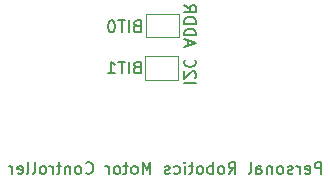
<source format=gbr>
%TF.GenerationSoftware,KiCad,Pcbnew,(6.0.0-rc1-48-g8f87638de5)*%
%TF.CreationDate,2021-11-22T15:04:28-05:00*%
%TF.ProjectId,motor_driver2,6d6f746f-725f-4647-9269-766572322e6b,rev?*%
%TF.SameCoordinates,Original*%
%TF.FileFunction,Legend,Bot*%
%TF.FilePolarity,Positive*%
%FSLAX46Y46*%
G04 Gerber Fmt 4.6, Leading zero omitted, Abs format (unit mm)*
G04 Created by KiCad (PCBNEW (6.0.0-rc1-48-g8f87638de5)) date 2021-11-22 15:04:28*
%MOMM*%
%LPD*%
G01*
G04 APERTURE LIST*
G04 Aperture macros list*
%AMRoundRect*
0 Rectangle with rounded corners*
0 $1 Rounding radius*
0 $2 $3 $4 $5 $6 $7 $8 $9 X,Y pos of 4 corners*
0 Add a 4 corners polygon primitive as box body*
4,1,4,$2,$3,$4,$5,$6,$7,$8,$9,$2,$3,0*
0 Add four circle primitives for the rounded corners*
1,1,$1+$1,$2,$3*
1,1,$1+$1,$4,$5*
1,1,$1+$1,$6,$7*
1,1,$1+$1,$8,$9*
0 Add four rect primitives between the rounded corners*
20,1,$1+$1,$2,$3,$4,$5,0*
20,1,$1+$1,$4,$5,$6,$7,0*
20,1,$1+$1,$6,$7,$8,$9,0*
20,1,$1+$1,$8,$9,$2,$3,0*%
%AMFreePoly0*
4,1,6,1.000000,0.000000,0.500000,-0.750000,-0.500000,-0.750000,-0.500000,0.750000,0.500000,0.750000,1.000000,0.000000,1.000000,0.000000,$1*%
%AMFreePoly1*
4,1,6,0.500000,-0.750000,-0.650000,-0.750000,-0.150000,0.000000,-0.650000,0.750000,0.500000,0.750000,0.500000,-0.750000,0.500000,-0.750000,$1*%
G04 Aperture macros list end*
%ADD10C,0.150000*%
%ADD11C,0.120000*%
%ADD12RoundRect,0.250000X-0.625000X0.350000X-0.625000X-0.350000X0.625000X-0.350000X0.625000X0.350000X0*%
%ADD13O,1.750000X1.200000*%
%ADD14C,0.800000*%
%ADD15C,6.400000*%
%ADD16RoundRect,0.250001X1.099999X1.099999X-1.099999X1.099999X-1.099999X-1.099999X1.099999X-1.099999X0*%
%ADD17C,2.700000*%
%ADD18R,1.700000X1.700000*%
%ADD19O,1.700000X1.700000*%
%ADD20R,2.600000X2.600000*%
%ADD21C,2.600000*%
%ADD22R,1.600000X1.600000*%
%ADD23C,1.600000*%
%ADD24RoundRect,0.250000X0.625000X-0.350000X0.625000X0.350000X-0.625000X0.350000X-0.625000X-0.350000X0*%
%ADD25FreePoly0,180.000000*%
%ADD26FreePoly1,180.000000*%
G04 APERTURE END LIST*
D10*
X151547619Y-121285714D02*
X152547619Y-121285714D01*
X152452380Y-120857142D02*
X152500000Y-120809523D01*
X152547619Y-120714285D01*
X152547619Y-120476190D01*
X152500000Y-120380952D01*
X152452380Y-120333333D01*
X152357142Y-120285714D01*
X152261904Y-120285714D01*
X152119047Y-120333333D01*
X151547619Y-120904761D01*
X151547619Y-120285714D01*
X151642857Y-119285714D02*
X151595238Y-119333333D01*
X151547619Y-119476190D01*
X151547619Y-119571428D01*
X151595238Y-119714285D01*
X151690476Y-119809523D01*
X151785714Y-119857142D01*
X151976190Y-119904761D01*
X152119047Y-119904761D01*
X152309523Y-119857142D01*
X152404761Y-119809523D01*
X152500000Y-119714285D01*
X152547619Y-119571428D01*
X152547619Y-119476190D01*
X152500000Y-119333333D01*
X152452380Y-119285714D01*
X151833333Y-118142857D02*
X151833333Y-117666666D01*
X151547619Y-118238095D02*
X152547619Y-117904761D01*
X151547619Y-117571428D01*
X151547619Y-117238095D02*
X152547619Y-117238095D01*
X152547619Y-117000000D01*
X152500000Y-116857142D01*
X152404761Y-116761904D01*
X152309523Y-116714285D01*
X152119047Y-116666666D01*
X151976190Y-116666666D01*
X151785714Y-116714285D01*
X151690476Y-116761904D01*
X151595238Y-116857142D01*
X151547619Y-117000000D01*
X151547619Y-117238095D01*
X151547619Y-116238095D02*
X152547619Y-116238095D01*
X152547619Y-116000000D01*
X152500000Y-115857142D01*
X152404761Y-115761904D01*
X152309523Y-115714285D01*
X152119047Y-115666666D01*
X151976190Y-115666666D01*
X151785714Y-115714285D01*
X151690476Y-115761904D01*
X151595238Y-115857142D01*
X151547619Y-116000000D01*
X151547619Y-116238095D01*
X151547619Y-114666666D02*
X152023809Y-115000000D01*
X151547619Y-115238095D02*
X152547619Y-115238095D01*
X152547619Y-114857142D01*
X152500000Y-114761904D01*
X152452380Y-114714285D01*
X152357142Y-114666666D01*
X152214285Y-114666666D01*
X152119047Y-114714285D01*
X152071428Y-114761904D01*
X152023809Y-114857142D01*
X152023809Y-115238095D01*
X147523809Y-119928571D02*
X147380952Y-119976190D01*
X147333333Y-120023809D01*
X147285714Y-120119047D01*
X147285714Y-120261904D01*
X147333333Y-120357142D01*
X147380952Y-120404761D01*
X147476190Y-120452380D01*
X147857142Y-120452380D01*
X147857142Y-119452380D01*
X147523809Y-119452380D01*
X147428571Y-119500000D01*
X147380952Y-119547619D01*
X147333333Y-119642857D01*
X147333333Y-119738095D01*
X147380952Y-119833333D01*
X147428571Y-119880952D01*
X147523809Y-119928571D01*
X147857142Y-119928571D01*
X146857142Y-120452380D02*
X146857142Y-119452380D01*
X146523809Y-119452380D02*
X145952380Y-119452380D01*
X146238095Y-120452380D02*
X146238095Y-119452380D01*
X145095238Y-120452380D02*
X145666666Y-120452380D01*
X145380952Y-120452380D02*
X145380952Y-119452380D01*
X145476190Y-119595238D01*
X145571428Y-119690476D01*
X145666666Y-119738095D01*
X147523809Y-116428571D02*
X147380952Y-116476190D01*
X147333333Y-116523809D01*
X147285714Y-116619047D01*
X147285714Y-116761904D01*
X147333333Y-116857142D01*
X147380952Y-116904761D01*
X147476190Y-116952380D01*
X147857142Y-116952380D01*
X147857142Y-115952380D01*
X147523809Y-115952380D01*
X147428571Y-116000000D01*
X147380952Y-116047619D01*
X147333333Y-116142857D01*
X147333333Y-116238095D01*
X147380952Y-116333333D01*
X147428571Y-116380952D01*
X147523809Y-116428571D01*
X147857142Y-116428571D01*
X146857142Y-116952380D02*
X146857142Y-115952380D01*
X146523809Y-115952380D02*
X145952380Y-115952380D01*
X146238095Y-116952380D02*
X146238095Y-115952380D01*
X145428571Y-115952380D02*
X145333333Y-115952380D01*
X145238095Y-116000000D01*
X145190476Y-116047619D01*
X145142857Y-116142857D01*
X145095238Y-116333333D01*
X145095238Y-116571428D01*
X145142857Y-116761904D01*
X145190476Y-116857142D01*
X145238095Y-116904761D01*
X145333333Y-116952380D01*
X145428571Y-116952380D01*
X145523809Y-116904761D01*
X145571428Y-116857142D01*
X145619047Y-116761904D01*
X145666666Y-116571428D01*
X145666666Y-116333333D01*
X145619047Y-116142857D01*
X145571428Y-116047619D01*
X145523809Y-116000000D01*
X145428571Y-115952380D01*
X163166666Y-128952380D02*
X163166666Y-127952380D01*
X162785714Y-127952380D01*
X162690476Y-128000000D01*
X162642857Y-128047619D01*
X162595238Y-128142857D01*
X162595238Y-128285714D01*
X162642857Y-128380952D01*
X162690476Y-128428571D01*
X162785714Y-128476190D01*
X163166666Y-128476190D01*
X161785714Y-128904761D02*
X161880952Y-128952380D01*
X162071428Y-128952380D01*
X162166666Y-128904761D01*
X162214285Y-128809523D01*
X162214285Y-128428571D01*
X162166666Y-128333333D01*
X162071428Y-128285714D01*
X161880952Y-128285714D01*
X161785714Y-128333333D01*
X161738095Y-128428571D01*
X161738095Y-128523809D01*
X162214285Y-128619047D01*
X161309523Y-128952380D02*
X161309523Y-128285714D01*
X161309523Y-128476190D02*
X161261904Y-128380952D01*
X161214285Y-128333333D01*
X161119047Y-128285714D01*
X161023809Y-128285714D01*
X160738095Y-128904761D02*
X160642857Y-128952380D01*
X160452380Y-128952380D01*
X160357142Y-128904761D01*
X160309523Y-128809523D01*
X160309523Y-128761904D01*
X160357142Y-128666666D01*
X160452380Y-128619047D01*
X160595238Y-128619047D01*
X160690476Y-128571428D01*
X160738095Y-128476190D01*
X160738095Y-128428571D01*
X160690476Y-128333333D01*
X160595238Y-128285714D01*
X160452380Y-128285714D01*
X160357142Y-128333333D01*
X159738095Y-128952380D02*
X159833333Y-128904761D01*
X159880952Y-128857142D01*
X159928571Y-128761904D01*
X159928571Y-128476190D01*
X159880952Y-128380952D01*
X159833333Y-128333333D01*
X159738095Y-128285714D01*
X159595238Y-128285714D01*
X159500000Y-128333333D01*
X159452380Y-128380952D01*
X159404761Y-128476190D01*
X159404761Y-128761904D01*
X159452380Y-128857142D01*
X159500000Y-128904761D01*
X159595238Y-128952380D01*
X159738095Y-128952380D01*
X158976190Y-128285714D02*
X158976190Y-128952380D01*
X158976190Y-128380952D02*
X158928571Y-128333333D01*
X158833333Y-128285714D01*
X158690476Y-128285714D01*
X158595238Y-128333333D01*
X158547619Y-128428571D01*
X158547619Y-128952380D01*
X157642857Y-128952380D02*
X157642857Y-128428571D01*
X157690476Y-128333333D01*
X157785714Y-128285714D01*
X157976190Y-128285714D01*
X158071428Y-128333333D01*
X157642857Y-128904761D02*
X157738095Y-128952380D01*
X157976190Y-128952380D01*
X158071428Y-128904761D01*
X158119047Y-128809523D01*
X158119047Y-128714285D01*
X158071428Y-128619047D01*
X157976190Y-128571428D01*
X157738095Y-128571428D01*
X157642857Y-128523809D01*
X157023809Y-128952380D02*
X157119047Y-128904761D01*
X157166666Y-128809523D01*
X157166666Y-127952380D01*
X155309523Y-128952380D02*
X155642857Y-128476190D01*
X155880952Y-128952380D02*
X155880952Y-127952380D01*
X155500000Y-127952380D01*
X155404761Y-128000000D01*
X155357142Y-128047619D01*
X155309523Y-128142857D01*
X155309523Y-128285714D01*
X155357142Y-128380952D01*
X155404761Y-128428571D01*
X155500000Y-128476190D01*
X155880952Y-128476190D01*
X154738095Y-128952380D02*
X154833333Y-128904761D01*
X154880952Y-128857142D01*
X154928571Y-128761904D01*
X154928571Y-128476190D01*
X154880952Y-128380952D01*
X154833333Y-128333333D01*
X154738095Y-128285714D01*
X154595238Y-128285714D01*
X154500000Y-128333333D01*
X154452380Y-128380952D01*
X154404761Y-128476190D01*
X154404761Y-128761904D01*
X154452380Y-128857142D01*
X154500000Y-128904761D01*
X154595238Y-128952380D01*
X154738095Y-128952380D01*
X153976190Y-128952380D02*
X153976190Y-127952380D01*
X153976190Y-128333333D02*
X153880952Y-128285714D01*
X153690476Y-128285714D01*
X153595238Y-128333333D01*
X153547619Y-128380952D01*
X153500000Y-128476190D01*
X153500000Y-128761904D01*
X153547619Y-128857142D01*
X153595238Y-128904761D01*
X153690476Y-128952380D01*
X153880952Y-128952380D01*
X153976190Y-128904761D01*
X152928571Y-128952380D02*
X153023809Y-128904761D01*
X153071428Y-128857142D01*
X153119047Y-128761904D01*
X153119047Y-128476190D01*
X153071428Y-128380952D01*
X153023809Y-128333333D01*
X152928571Y-128285714D01*
X152785714Y-128285714D01*
X152690476Y-128333333D01*
X152642857Y-128380952D01*
X152595238Y-128476190D01*
X152595238Y-128761904D01*
X152642857Y-128857142D01*
X152690476Y-128904761D01*
X152785714Y-128952380D01*
X152928571Y-128952380D01*
X152309523Y-128285714D02*
X151928571Y-128285714D01*
X152166666Y-127952380D02*
X152166666Y-128809523D01*
X152119047Y-128904761D01*
X152023809Y-128952380D01*
X151928571Y-128952380D01*
X151595238Y-128952380D02*
X151595238Y-128285714D01*
X151595238Y-127952380D02*
X151642857Y-128000000D01*
X151595238Y-128047619D01*
X151547619Y-128000000D01*
X151595238Y-127952380D01*
X151595238Y-128047619D01*
X150690476Y-128904761D02*
X150785714Y-128952380D01*
X150976190Y-128952380D01*
X151071428Y-128904761D01*
X151119047Y-128857142D01*
X151166666Y-128761904D01*
X151166666Y-128476190D01*
X151119047Y-128380952D01*
X151071428Y-128333333D01*
X150976190Y-128285714D01*
X150785714Y-128285714D01*
X150690476Y-128333333D01*
X150309523Y-128904761D02*
X150214285Y-128952380D01*
X150023809Y-128952380D01*
X149928571Y-128904761D01*
X149880952Y-128809523D01*
X149880952Y-128761904D01*
X149928571Y-128666666D01*
X150023809Y-128619047D01*
X150166666Y-128619047D01*
X150261904Y-128571428D01*
X150309523Y-128476190D01*
X150309523Y-128428571D01*
X150261904Y-128333333D01*
X150166666Y-128285714D01*
X150023809Y-128285714D01*
X149928571Y-128333333D01*
X148690476Y-128952380D02*
X148690476Y-127952380D01*
X148357142Y-128666666D01*
X148023809Y-127952380D01*
X148023809Y-128952380D01*
X147404761Y-128952380D02*
X147500000Y-128904761D01*
X147547619Y-128857142D01*
X147595238Y-128761904D01*
X147595238Y-128476190D01*
X147547619Y-128380952D01*
X147500000Y-128333333D01*
X147404761Y-128285714D01*
X147261904Y-128285714D01*
X147166666Y-128333333D01*
X147119047Y-128380952D01*
X147071428Y-128476190D01*
X147071428Y-128761904D01*
X147119047Y-128857142D01*
X147166666Y-128904761D01*
X147261904Y-128952380D01*
X147404761Y-128952380D01*
X146785714Y-128285714D02*
X146404761Y-128285714D01*
X146642857Y-127952380D02*
X146642857Y-128809523D01*
X146595238Y-128904761D01*
X146500000Y-128952380D01*
X146404761Y-128952380D01*
X145928571Y-128952380D02*
X146023809Y-128904761D01*
X146071428Y-128857142D01*
X146119047Y-128761904D01*
X146119047Y-128476190D01*
X146071428Y-128380952D01*
X146023809Y-128333333D01*
X145928571Y-128285714D01*
X145785714Y-128285714D01*
X145690476Y-128333333D01*
X145642857Y-128380952D01*
X145595238Y-128476190D01*
X145595238Y-128761904D01*
X145642857Y-128857142D01*
X145690476Y-128904761D01*
X145785714Y-128952380D01*
X145928571Y-128952380D01*
X145166666Y-128952380D02*
X145166666Y-128285714D01*
X145166666Y-128476190D02*
X145119047Y-128380952D01*
X145071428Y-128333333D01*
X144976190Y-128285714D01*
X144880952Y-128285714D01*
X143214285Y-128857142D02*
X143261904Y-128904761D01*
X143404761Y-128952380D01*
X143500000Y-128952380D01*
X143642857Y-128904761D01*
X143738095Y-128809523D01*
X143785714Y-128714285D01*
X143833333Y-128523809D01*
X143833333Y-128380952D01*
X143785714Y-128190476D01*
X143738095Y-128095238D01*
X143642857Y-128000000D01*
X143500000Y-127952380D01*
X143404761Y-127952380D01*
X143261904Y-128000000D01*
X143214285Y-128047619D01*
X142642857Y-128952380D02*
X142738095Y-128904761D01*
X142785714Y-128857142D01*
X142833333Y-128761904D01*
X142833333Y-128476190D01*
X142785714Y-128380952D01*
X142738095Y-128333333D01*
X142642857Y-128285714D01*
X142500000Y-128285714D01*
X142404761Y-128333333D01*
X142357142Y-128380952D01*
X142309523Y-128476190D01*
X142309523Y-128761904D01*
X142357142Y-128857142D01*
X142404761Y-128904761D01*
X142500000Y-128952380D01*
X142642857Y-128952380D01*
X141880952Y-128285714D02*
X141880952Y-128952380D01*
X141880952Y-128380952D02*
X141833333Y-128333333D01*
X141738095Y-128285714D01*
X141595238Y-128285714D01*
X141500000Y-128333333D01*
X141452380Y-128428571D01*
X141452380Y-128952380D01*
X141119047Y-128285714D02*
X140738095Y-128285714D01*
X140976190Y-127952380D02*
X140976190Y-128809523D01*
X140928571Y-128904761D01*
X140833333Y-128952380D01*
X140738095Y-128952380D01*
X140404761Y-128952380D02*
X140404761Y-128285714D01*
X140404761Y-128476190D02*
X140357142Y-128380952D01*
X140309523Y-128333333D01*
X140214285Y-128285714D01*
X140119047Y-128285714D01*
X139642857Y-128952380D02*
X139738095Y-128904761D01*
X139785714Y-128857142D01*
X139833333Y-128761904D01*
X139833333Y-128476190D01*
X139785714Y-128380952D01*
X139738095Y-128333333D01*
X139642857Y-128285714D01*
X139500000Y-128285714D01*
X139404761Y-128333333D01*
X139357142Y-128380952D01*
X139309523Y-128476190D01*
X139309523Y-128761904D01*
X139357142Y-128857142D01*
X139404761Y-128904761D01*
X139500000Y-128952380D01*
X139642857Y-128952380D01*
X138738095Y-128952380D02*
X138833333Y-128904761D01*
X138880952Y-128809523D01*
X138880952Y-127952380D01*
X138214285Y-128952380D02*
X138309523Y-128904761D01*
X138357142Y-128809523D01*
X138357142Y-127952380D01*
X137452380Y-128904761D02*
X137547619Y-128952380D01*
X137738095Y-128952380D01*
X137833333Y-128904761D01*
X137880952Y-128809523D01*
X137880952Y-128428571D01*
X137833333Y-128333333D01*
X137738095Y-128285714D01*
X137547619Y-128285714D01*
X137452380Y-128333333D01*
X137404761Y-128428571D01*
X137404761Y-128523809D01*
X137880952Y-128619047D01*
X136976190Y-128952380D02*
X136976190Y-128285714D01*
X136976190Y-128476190D02*
X136928571Y-128380952D01*
X136880952Y-128333333D01*
X136785714Y-128285714D01*
X136690476Y-128285714D01*
D11*
%TO.C,JP1*%
X148325000Y-115400000D02*
X148325000Y-117400000D01*
X151125000Y-117400000D02*
X151125000Y-115400000D01*
X148325000Y-117400000D02*
X151125000Y-117400000D01*
X151125000Y-115400000D02*
X148325000Y-115400000D01*
%TO.C,JP2*%
X151000000Y-119000000D02*
X148200000Y-119000000D01*
X148200000Y-119000000D02*
X148200000Y-121000000D01*
X151000000Y-121000000D02*
X151000000Y-119000000D01*
X148200000Y-121000000D02*
X151000000Y-121000000D01*
%TD*%
%LPC*%
D12*
%TO.C,J9*%
X177350000Y-94500000D03*
D13*
X177350000Y-96500000D03*
X177350000Y-98500000D03*
X177350000Y-100500000D03*
%TD*%
D14*
%TO.C,REF\u002A\u002A*%
X178197056Y-133197056D03*
X178197056Y-129802944D03*
X174100000Y-131500000D03*
D15*
X176500000Y-131500000D03*
X176500000Y-131500000D03*
D14*
X174802944Y-133197056D03*
X174802944Y-129802944D03*
X176500000Y-129100000D03*
X176500000Y-133900000D03*
X178900000Y-131500000D03*
%TD*%
D16*
%TO.C,J12*%
X152000000Y-94000000D03*
D17*
X148040000Y-94000000D03*
%TD*%
D15*
%TO.C,REF\u002A\u002A*%
X176500000Y-88500000D03*
D14*
X174100000Y-88500000D03*
X176500000Y-86100000D03*
X178197056Y-90197056D03*
D15*
X176500000Y-88500000D03*
D14*
X178900000Y-88500000D03*
X178197056Y-86802944D03*
X174802944Y-90197056D03*
X174802944Y-86802944D03*
X176500000Y-90900000D03*
%TD*%
D18*
%TO.C,J4*%
X128410000Y-100000000D03*
D19*
X130950000Y-100000000D03*
X133490000Y-100000000D03*
X136030000Y-100000000D03*
X138570000Y-100000000D03*
X141110000Y-100000000D03*
%TD*%
D18*
%TO.C,J5*%
X158890000Y-100000000D03*
D19*
X161430000Y-100000000D03*
X163970000Y-100000000D03*
X166510000Y-100000000D03*
X169050000Y-100000000D03*
X171590000Y-100000000D03*
%TD*%
D16*
%TO.C,J11*%
X168500000Y-94000000D03*
D17*
X164540000Y-94000000D03*
%TD*%
D15*
%TO.C,REF\u002A\u002A*%
X123500000Y-131500000D03*
D14*
X121802944Y-133197056D03*
X121802944Y-129802944D03*
X123500000Y-133900000D03*
X125900000Y-131500000D03*
X121100000Y-131500000D03*
X125197056Y-129802944D03*
X123500000Y-129100000D03*
X125197056Y-133197056D03*
D15*
X123500000Y-131500000D03*
%TD*%
D20*
%TO.C,J3*%
X152500000Y-90000000D03*
D21*
X147500000Y-90000000D03*
%TD*%
D20*
%TO.C,J2*%
X169000000Y-90000000D03*
D21*
X164000000Y-90000000D03*
%TD*%
D16*
%TO.C,J10*%
X135500000Y-94000000D03*
D17*
X131540000Y-94000000D03*
%TD*%
D14*
%TO.C,REF\u002A\u002A*%
X125197056Y-86802944D03*
D15*
X123500000Y-88500000D03*
D14*
X123500000Y-90900000D03*
X121100000Y-88500000D03*
X125900000Y-88500000D03*
X123500000Y-86100000D03*
X121802944Y-86802944D03*
X121802944Y-90197056D03*
X125197056Y-90197056D03*
D15*
X123500000Y-88500000D03*
%TD*%
D20*
%TO.C,J1*%
X136000000Y-90000000D03*
D21*
X131000000Y-90000000D03*
%TD*%
D22*
%TO.C,C1*%
X152750000Y-102616651D03*
D23*
X152750000Y-99116651D03*
%TD*%
D24*
%TO.C,J8*%
X122450000Y-101000000D03*
D13*
X122450000Y-99000000D03*
X122450000Y-97000000D03*
X122450000Y-95000000D03*
%TD*%
D25*
%TO.C,JP1*%
X150450000Y-116400000D03*
D26*
X149000000Y-116400000D03*
%TD*%
D25*
%TO.C,JP2*%
X150325000Y-120000000D03*
D26*
X148875000Y-120000000D03*
%TD*%
M02*

</source>
